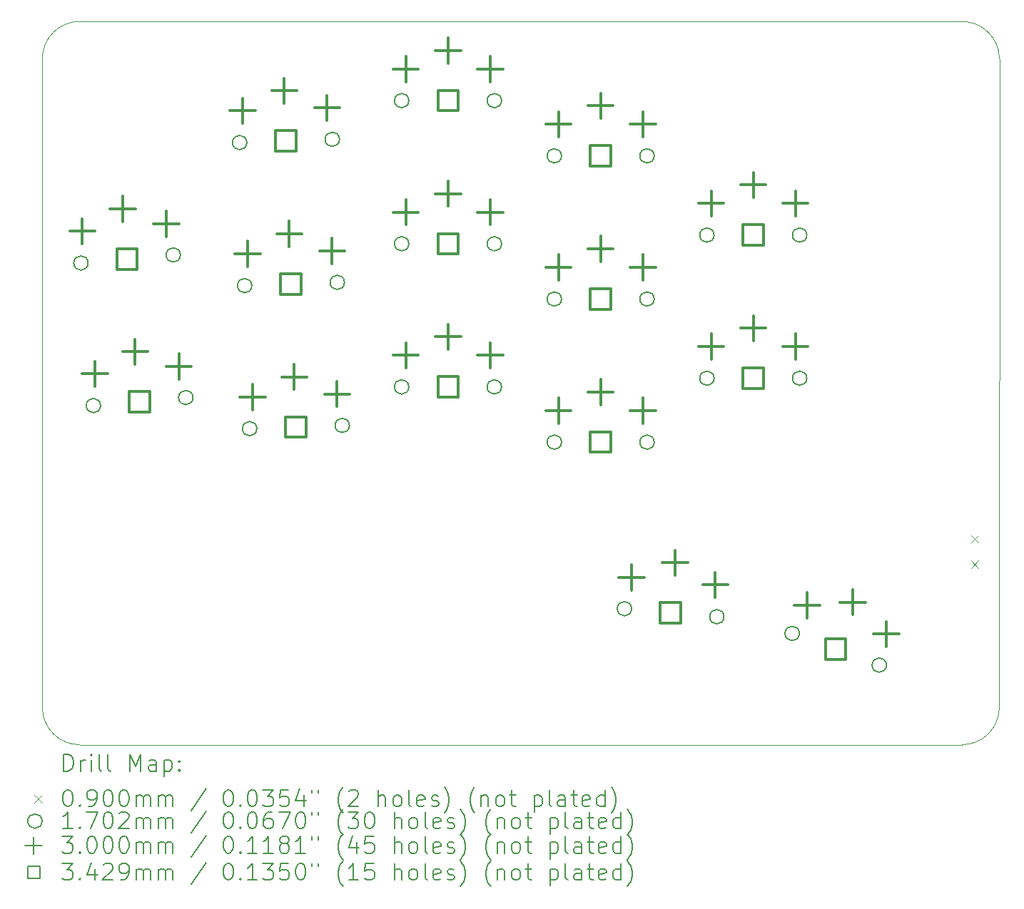
<source format=gbr>
%FSLAX45Y45*%
G04 Gerber Fmt 4.5, Leading zero omitted, Abs format (unit mm)*
G04 Created by KiCad (PCBNEW (6.0.4)) date 2022-06-21 01:29:24*
%MOMM*%
%LPD*%
G01*
G04 APERTURE LIST*
%TA.AperFunction,Profile*%
%ADD10C,0.050000*%
%TD*%
%ADD11C,0.200000*%
%ADD12C,0.090000*%
%ADD13C,0.170180*%
%ADD14C,0.300000*%
%ADD15C,0.342900*%
G04 APERTURE END LIST*
D10*
X16191709Y11820509D02*
G75*
G03*
X15747209Y12265009I-444499J1D01*
G01*
X4836209Y4119509D02*
G75*
G03*
X5280709Y3675009I444501J1D01*
G01*
X16191348Y4119674D02*
X16191709Y11820509D01*
X5280709Y3675009D02*
X15746848Y3675174D01*
X15747209Y12265009D02*
X5280345Y12265295D01*
X5280345Y12265295D02*
G75*
G03*
X4835845Y11820795I-1J-444499D01*
G01*
X15746848Y3675172D02*
G75*
G03*
X16191348Y4119674I2J444498D01*
G01*
X4835845Y11820795D02*
X4836209Y4119509D01*
D11*
D12*
X15855400Y6164000D02*
X15945400Y6074000D01*
X15945400Y6164000D02*
X15855400Y6074000D01*
X15855400Y5864000D02*
X15945400Y5774000D01*
X15945400Y5864000D02*
X15855400Y5774000D01*
D13*
X5379176Y9396400D02*
G75*
G03*
X5379176Y9396400I-85090J0D01*
G01*
X5527341Y7702869D02*
G75*
G03*
X5527341Y7702869I-85090J0D01*
G01*
X6474990Y9492271D02*
G75*
G03*
X6474990Y9492271I-85090J0D01*
G01*
X6623155Y7798740D02*
G75*
G03*
X6623155Y7798740I-85090J0D01*
G01*
X7262417Y10826650D02*
G75*
G03*
X7262417Y10826650I-85090J0D01*
G01*
X7321747Y9127686D02*
G75*
G03*
X7321747Y9127686I-85090J0D01*
G01*
X7381076Y7428721D02*
G75*
G03*
X7381076Y7428721I-85090J0D01*
G01*
X8361747Y10865039D02*
G75*
G03*
X8361747Y10865039I-85090J0D01*
G01*
X8421077Y9166075D02*
G75*
G03*
X8421077Y9166075I-85090J0D01*
G01*
X8480406Y7467111D02*
G75*
G03*
X8480406Y7467111I-85090J0D01*
G01*
X9184672Y9624699D02*
G75*
G03*
X9184672Y9624699I-85090J0D01*
G01*
X9184672Y7924699D02*
G75*
G03*
X9184672Y7924699I-85090J0D01*
G01*
X9184672Y11324699D02*
G75*
G03*
X9184672Y11324699I-85090J0D01*
G01*
X10284672Y9624699D02*
G75*
G03*
X10284672Y9624699I-85090J0D01*
G01*
X10284672Y7924699D02*
G75*
G03*
X10284672Y7924699I-85090J0D01*
G01*
X10284672Y11324699D02*
G75*
G03*
X10284672Y11324699I-85090J0D01*
G01*
X10996199Y10668602D02*
G75*
G03*
X10996199Y10668602I-85090J0D01*
G01*
X10996199Y8968602D02*
G75*
G03*
X10996199Y8968602I-85090J0D01*
G01*
X10996199Y7268602D02*
G75*
G03*
X10996199Y7268602I-85090J0D01*
G01*
X11828185Y5291094D02*
G75*
G03*
X11828185Y5291094I-85090J0D01*
G01*
X12096199Y10668602D02*
G75*
G03*
X12096199Y10668602I-85090J0D01*
G01*
X12096199Y8968602D02*
G75*
G03*
X12096199Y8968602I-85090J0D01*
G01*
X12096199Y7268602D02*
G75*
G03*
X12096199Y7268602I-85090J0D01*
G01*
X12806918Y9727885D02*
G75*
G03*
X12806918Y9727885I-85090J0D01*
G01*
X12806918Y8027885D02*
G75*
G03*
X12806918Y8027885I-85090J0D01*
G01*
X12923999Y5195223D02*
G75*
G03*
X12923999Y5195223I-85090J0D01*
G01*
X13818194Y4996984D02*
G75*
G03*
X13818194Y4996984I-85090J0D01*
G01*
X13906918Y9727885D02*
G75*
G03*
X13906918Y9727885I-85090J0D01*
G01*
X13906918Y8027885D02*
G75*
G03*
X13906918Y8027885I-85090J0D01*
G01*
X14851856Y4620762D02*
G75*
G03*
X14851856Y4620762I-85090J0D01*
G01*
D14*
X5311213Y9924331D02*
X5311213Y9624331D01*
X5161213Y9774331D02*
X5461213Y9774331D01*
X5459377Y8230799D02*
X5459377Y7930799D01*
X5309377Y8080799D02*
X5609377Y8080799D01*
X5790135Y10187071D02*
X5790135Y9887071D01*
X5640135Y10037071D02*
X5940135Y10037071D01*
X5938300Y8493540D02*
X5938300Y8193540D01*
X5788300Y8343540D02*
X6088300Y8343540D01*
X6307407Y10011486D02*
X6307407Y9711486D01*
X6157407Y9861486D02*
X6457407Y9861486D01*
X6455572Y8317955D02*
X6455572Y8017955D01*
X6305572Y8167955D02*
X6605572Y8167955D01*
X7214210Y11353166D02*
X7214210Y11053166D01*
X7064210Y11203166D02*
X7364210Y11203166D01*
X7273539Y9654202D02*
X7273539Y9354202D01*
X7123539Y9504202D02*
X7423539Y9504202D01*
X7332868Y7955238D02*
X7332868Y7655238D01*
X7182868Y7805238D02*
X7482868Y7805238D01*
X7706227Y11590482D02*
X7706227Y11290482D01*
X7556227Y11440482D02*
X7856227Y11440482D01*
X7765556Y9891518D02*
X7765556Y9591518D01*
X7615556Y9741518D02*
X7915556Y9741518D01*
X7824886Y8192553D02*
X7824886Y7892553D01*
X7674886Y8042553D02*
X7974886Y8042553D01*
X8213601Y11388066D02*
X8213601Y11088066D01*
X8063601Y11238066D02*
X8363601Y11238066D01*
X8272930Y9689102D02*
X8272930Y9389102D01*
X8122930Y9539102D02*
X8422930Y9539102D01*
X8332259Y7990137D02*
X8332259Y7690137D01*
X8182259Y7840137D02*
X8482259Y7840137D01*
X9149582Y10149699D02*
X9149582Y9849699D01*
X8999582Y9999699D02*
X9299582Y9999699D01*
X9149582Y8449699D02*
X9149582Y8149699D01*
X8999582Y8299699D02*
X9299582Y8299699D01*
X9149582Y11849699D02*
X9149582Y11549699D01*
X8999582Y11699699D02*
X9299582Y11699699D01*
X9649582Y10369699D02*
X9649582Y10069699D01*
X9499582Y10219699D02*
X9799582Y10219699D01*
X9649582Y8669699D02*
X9649582Y8369699D01*
X9499582Y8519699D02*
X9799582Y8519699D01*
X9649582Y12069699D02*
X9649582Y11769699D01*
X9499582Y11919699D02*
X9799582Y11919699D01*
X10149582Y10149699D02*
X10149582Y9849699D01*
X9999582Y9999699D02*
X10299582Y9999699D01*
X10149582Y8449699D02*
X10149582Y8149699D01*
X9999582Y8299699D02*
X10299582Y8299699D01*
X10149582Y11849699D02*
X10149582Y11549699D01*
X9999582Y11699699D02*
X10299582Y11699699D01*
X10961109Y11193602D02*
X10961109Y10893602D01*
X10811109Y11043602D02*
X11111109Y11043602D01*
X10961109Y9493602D02*
X10961109Y9193602D01*
X10811109Y9343602D02*
X11111109Y9343602D01*
X10961109Y7793602D02*
X10961109Y7493602D01*
X10811109Y7643602D02*
X11111109Y7643602D01*
X11461109Y11413602D02*
X11461109Y11113602D01*
X11311109Y11263602D02*
X11611109Y11263602D01*
X11461109Y9713602D02*
X11461109Y9413602D01*
X11311109Y9563602D02*
X11611109Y9563602D01*
X11461109Y8013602D02*
X11461109Y7713602D01*
X11311109Y7863602D02*
X11611109Y7863602D01*
X11825588Y5810309D02*
X11825588Y5510309D01*
X11675588Y5660309D02*
X11975588Y5660309D01*
X11961109Y11193602D02*
X11961109Y10893602D01*
X11811109Y11043602D02*
X12111109Y11043602D01*
X11961109Y9493602D02*
X11961109Y9193602D01*
X11811109Y9343602D02*
X12111109Y9343602D01*
X11961109Y7793602D02*
X11961109Y7493602D01*
X11811109Y7643602D02*
X12111109Y7643602D01*
X12342860Y5985894D02*
X12342860Y5685894D01*
X12192860Y5835894D02*
X12492860Y5835894D01*
X12771828Y10252885D02*
X12771828Y9952885D01*
X12621828Y10102885D02*
X12921828Y10102885D01*
X12771828Y8552885D02*
X12771828Y8252885D01*
X12621828Y8402885D02*
X12921828Y8402885D01*
X12821783Y5723153D02*
X12821783Y5423153D01*
X12671783Y5573153D02*
X12971783Y5573153D01*
X13271828Y10472885D02*
X13271828Y10172885D01*
X13121828Y10322885D02*
X13421828Y10322885D01*
X13271828Y8772885D02*
X13271828Y8472885D01*
X13121828Y8622885D02*
X13421828Y8622885D01*
X13771828Y10252885D02*
X13771828Y9952885D01*
X13621828Y10102885D02*
X13921828Y10102885D01*
X13771828Y8552885D02*
X13771828Y8252885D01*
X13621828Y8402885D02*
X13921828Y8402885D01*
X13908346Y5482268D02*
X13908346Y5182268D01*
X13758346Y5332268D02*
X14058346Y5332268D01*
X14453437Y5517990D02*
X14453437Y5217990D01*
X14303437Y5367990D02*
X14603437Y5367990D01*
X14848039Y5140248D02*
X14848039Y4840248D01*
X14698039Y4990248D02*
X14998039Y4990248D01*
D15*
X5963228Y9323101D02*
X5963228Y9565570D01*
X5720759Y9565570D01*
X5720759Y9323101D01*
X5963228Y9323101D01*
X6111392Y7629570D02*
X6111392Y7872039D01*
X5868923Y7872039D01*
X5868923Y7629570D01*
X6111392Y7629570D01*
X7848227Y10724610D02*
X7848227Y10967079D01*
X7605758Y10967079D01*
X7605758Y10724610D01*
X7848227Y10724610D01*
X7907556Y9025646D02*
X7907556Y9268115D01*
X7665087Y9268115D01*
X7665087Y9025646D01*
X7907556Y9025646D01*
X7966885Y7326681D02*
X7966885Y7569150D01*
X7724416Y7569150D01*
X7724416Y7326681D01*
X7966885Y7326681D01*
X9770816Y9503464D02*
X9770816Y9745934D01*
X9528347Y9745934D01*
X9528347Y9503464D01*
X9770816Y9503464D01*
X9770816Y7803464D02*
X9770816Y8045933D01*
X9528347Y8045933D01*
X9528347Y7803464D01*
X9770816Y7803464D01*
X9770816Y11203464D02*
X9770816Y11445933D01*
X9528347Y11445933D01*
X9528347Y11203464D01*
X9770816Y11203464D01*
X11582343Y10547367D02*
X11582343Y10789836D01*
X11339874Y10789836D01*
X11339874Y10547367D01*
X11582343Y10547367D01*
X11582343Y8847367D02*
X11582343Y9089836D01*
X11339874Y9089836D01*
X11339874Y8847367D01*
X11582343Y8847367D01*
X11582343Y7147367D02*
X11582343Y7389836D01*
X11339874Y7389836D01*
X11339874Y7147367D01*
X11582343Y7147367D01*
X12412237Y5121924D02*
X12412237Y5364393D01*
X12169767Y5364393D01*
X12169767Y5121924D01*
X12412237Y5121924D01*
X13393063Y9606651D02*
X13393063Y9849120D01*
X13150593Y9849120D01*
X13150593Y9606651D01*
X13393063Y9606651D01*
X13393063Y7906651D02*
X13393063Y8149120D01*
X13150593Y8149120D01*
X13150593Y7906651D01*
X13393063Y7906651D01*
X14371170Y4687639D02*
X14371170Y4930108D01*
X14128701Y4930108D01*
X14128701Y4687639D01*
X14371170Y4687639D01*
D11*
X5090964Y3362033D02*
X5090964Y3562033D01*
X5138583Y3562033D01*
X5167154Y3552509D01*
X5186202Y3533461D01*
X5195726Y3514414D01*
X5205250Y3476318D01*
X5205250Y3447747D01*
X5195726Y3409652D01*
X5186202Y3390604D01*
X5167154Y3371557D01*
X5138583Y3362033D01*
X5090964Y3362033D01*
X5290964Y3362033D02*
X5290964Y3495366D01*
X5290964Y3457271D02*
X5300488Y3476318D01*
X5310011Y3485842D01*
X5329059Y3495366D01*
X5348107Y3495366D01*
X5414773Y3362033D02*
X5414773Y3495366D01*
X5414773Y3562033D02*
X5405250Y3552509D01*
X5414773Y3542985D01*
X5424297Y3552509D01*
X5414773Y3562033D01*
X5414773Y3542985D01*
X5538583Y3362033D02*
X5519535Y3371557D01*
X5510011Y3390604D01*
X5510011Y3562033D01*
X5643345Y3362033D02*
X5624297Y3371557D01*
X5614773Y3390604D01*
X5614773Y3562033D01*
X5871916Y3362033D02*
X5871916Y3562033D01*
X5938583Y3419176D01*
X6005249Y3562033D01*
X6005249Y3362033D01*
X6186202Y3362033D02*
X6186202Y3466795D01*
X6176678Y3485842D01*
X6157630Y3495366D01*
X6119535Y3495366D01*
X6100488Y3485842D01*
X6186202Y3371557D02*
X6167154Y3362033D01*
X6119535Y3362033D01*
X6100488Y3371557D01*
X6090964Y3390604D01*
X6090964Y3409652D01*
X6100488Y3428699D01*
X6119535Y3438223D01*
X6167154Y3438223D01*
X6186202Y3447747D01*
X6281440Y3495366D02*
X6281440Y3295366D01*
X6281440Y3485842D02*
X6300488Y3495366D01*
X6338583Y3495366D01*
X6357630Y3485842D01*
X6367154Y3476318D01*
X6376678Y3457271D01*
X6376678Y3400128D01*
X6367154Y3381080D01*
X6357630Y3371557D01*
X6338583Y3362033D01*
X6300488Y3362033D01*
X6281440Y3371557D01*
X6462392Y3381080D02*
X6471916Y3371557D01*
X6462392Y3362033D01*
X6452869Y3371557D01*
X6462392Y3381080D01*
X6462392Y3362033D01*
X6462392Y3485842D02*
X6471916Y3476318D01*
X6462392Y3466795D01*
X6452869Y3476318D01*
X6462392Y3485842D01*
X6462392Y3466795D01*
D12*
X4743345Y3077509D02*
X4833345Y2987509D01*
X4833345Y3077509D02*
X4743345Y2987509D01*
D11*
X5129059Y3142033D02*
X5148107Y3142033D01*
X5167154Y3132509D01*
X5176678Y3122985D01*
X5186202Y3103937D01*
X5195726Y3065842D01*
X5195726Y3018223D01*
X5186202Y2980128D01*
X5176678Y2961080D01*
X5167154Y2951557D01*
X5148107Y2942033D01*
X5129059Y2942033D01*
X5110011Y2951557D01*
X5100488Y2961080D01*
X5090964Y2980128D01*
X5081440Y3018223D01*
X5081440Y3065842D01*
X5090964Y3103937D01*
X5100488Y3122985D01*
X5110011Y3132509D01*
X5129059Y3142033D01*
X5281440Y2961080D02*
X5290964Y2951557D01*
X5281440Y2942033D01*
X5271916Y2951557D01*
X5281440Y2961080D01*
X5281440Y2942033D01*
X5386202Y2942033D02*
X5424297Y2942033D01*
X5443345Y2951557D01*
X5452869Y2961080D01*
X5471916Y2989652D01*
X5481440Y3027747D01*
X5481440Y3103937D01*
X5471916Y3122985D01*
X5462392Y3132509D01*
X5443345Y3142033D01*
X5405250Y3142033D01*
X5386202Y3132509D01*
X5376678Y3122985D01*
X5367154Y3103937D01*
X5367154Y3056318D01*
X5376678Y3037271D01*
X5386202Y3027747D01*
X5405250Y3018223D01*
X5443345Y3018223D01*
X5462392Y3027747D01*
X5471916Y3037271D01*
X5481440Y3056318D01*
X5605249Y3142033D02*
X5624297Y3142033D01*
X5643345Y3132509D01*
X5652869Y3122985D01*
X5662392Y3103937D01*
X5671916Y3065842D01*
X5671916Y3018223D01*
X5662392Y2980128D01*
X5652869Y2961080D01*
X5643345Y2951557D01*
X5624297Y2942033D01*
X5605249Y2942033D01*
X5586202Y2951557D01*
X5576678Y2961080D01*
X5567154Y2980128D01*
X5557631Y3018223D01*
X5557631Y3065842D01*
X5567154Y3103937D01*
X5576678Y3122985D01*
X5586202Y3132509D01*
X5605249Y3142033D01*
X5795726Y3142033D02*
X5814773Y3142033D01*
X5833821Y3132509D01*
X5843345Y3122985D01*
X5852869Y3103937D01*
X5862392Y3065842D01*
X5862392Y3018223D01*
X5852869Y2980128D01*
X5843345Y2961080D01*
X5833821Y2951557D01*
X5814773Y2942033D01*
X5795726Y2942033D01*
X5776678Y2951557D01*
X5767154Y2961080D01*
X5757630Y2980128D01*
X5748107Y3018223D01*
X5748107Y3065842D01*
X5757630Y3103937D01*
X5767154Y3122985D01*
X5776678Y3132509D01*
X5795726Y3142033D01*
X5948107Y2942033D02*
X5948107Y3075366D01*
X5948107Y3056318D02*
X5957630Y3065842D01*
X5976678Y3075366D01*
X6005249Y3075366D01*
X6024297Y3065842D01*
X6033821Y3046795D01*
X6033821Y2942033D01*
X6033821Y3046795D02*
X6043345Y3065842D01*
X6062392Y3075366D01*
X6090964Y3075366D01*
X6110011Y3065842D01*
X6119535Y3046795D01*
X6119535Y2942033D01*
X6214773Y2942033D02*
X6214773Y3075366D01*
X6214773Y3056318D02*
X6224297Y3065842D01*
X6243345Y3075366D01*
X6271916Y3075366D01*
X6290964Y3065842D01*
X6300488Y3046795D01*
X6300488Y2942033D01*
X6300488Y3046795D02*
X6310011Y3065842D01*
X6329059Y3075366D01*
X6357630Y3075366D01*
X6376678Y3065842D01*
X6386202Y3046795D01*
X6386202Y2942033D01*
X6776678Y3151557D02*
X6605249Y2894414D01*
X7033821Y3142033D02*
X7052869Y3142033D01*
X7071916Y3132509D01*
X7081440Y3122985D01*
X7090964Y3103937D01*
X7100488Y3065842D01*
X7100488Y3018223D01*
X7090964Y2980128D01*
X7081440Y2961080D01*
X7071916Y2951557D01*
X7052869Y2942033D01*
X7033821Y2942033D01*
X7014773Y2951557D01*
X7005249Y2961080D01*
X6995726Y2980128D01*
X6986202Y3018223D01*
X6986202Y3065842D01*
X6995726Y3103937D01*
X7005249Y3122985D01*
X7014773Y3132509D01*
X7033821Y3142033D01*
X7186202Y2961080D02*
X7195726Y2951557D01*
X7186202Y2942033D01*
X7176678Y2951557D01*
X7186202Y2961080D01*
X7186202Y2942033D01*
X7319535Y3142033D02*
X7338583Y3142033D01*
X7357630Y3132509D01*
X7367154Y3122985D01*
X7376678Y3103937D01*
X7386202Y3065842D01*
X7386202Y3018223D01*
X7376678Y2980128D01*
X7367154Y2961080D01*
X7357630Y2951557D01*
X7338583Y2942033D01*
X7319535Y2942033D01*
X7300488Y2951557D01*
X7290964Y2961080D01*
X7281440Y2980128D01*
X7271916Y3018223D01*
X7271916Y3065842D01*
X7281440Y3103937D01*
X7290964Y3122985D01*
X7300488Y3132509D01*
X7319535Y3142033D01*
X7452869Y3142033D02*
X7576678Y3142033D01*
X7510011Y3065842D01*
X7538583Y3065842D01*
X7557630Y3056318D01*
X7567154Y3046795D01*
X7576678Y3027747D01*
X7576678Y2980128D01*
X7567154Y2961080D01*
X7557630Y2951557D01*
X7538583Y2942033D01*
X7481440Y2942033D01*
X7462392Y2951557D01*
X7452869Y2961080D01*
X7757630Y3142033D02*
X7662392Y3142033D01*
X7652869Y3046795D01*
X7662392Y3056318D01*
X7681440Y3065842D01*
X7729059Y3065842D01*
X7748107Y3056318D01*
X7757630Y3046795D01*
X7767154Y3027747D01*
X7767154Y2980128D01*
X7757630Y2961080D01*
X7748107Y2951557D01*
X7729059Y2942033D01*
X7681440Y2942033D01*
X7662392Y2951557D01*
X7652869Y2961080D01*
X7938583Y3075366D02*
X7938583Y2942033D01*
X7890964Y3151557D02*
X7843345Y3008699D01*
X7967154Y3008699D01*
X8033821Y3142033D02*
X8033821Y3103937D01*
X8110011Y3142033D02*
X8110011Y3103937D01*
X8405250Y2865842D02*
X8395726Y2875366D01*
X8376678Y2903937D01*
X8367154Y2922985D01*
X8357630Y2951557D01*
X8348107Y2999176D01*
X8348107Y3037271D01*
X8357630Y3084890D01*
X8367154Y3113461D01*
X8376678Y3132509D01*
X8395726Y3161080D01*
X8405250Y3170604D01*
X8471916Y3122985D02*
X8481440Y3132509D01*
X8500488Y3142033D01*
X8548107Y3142033D01*
X8567154Y3132509D01*
X8576678Y3122985D01*
X8586202Y3103937D01*
X8586202Y3084890D01*
X8576678Y3056318D01*
X8462392Y2942033D01*
X8586202Y2942033D01*
X8824297Y2942033D02*
X8824297Y3142033D01*
X8910011Y2942033D02*
X8910011Y3046795D01*
X8900488Y3065842D01*
X8881440Y3075366D01*
X8852869Y3075366D01*
X8833821Y3065842D01*
X8824297Y3056318D01*
X9033821Y2942033D02*
X9014773Y2951557D01*
X9005250Y2961080D01*
X8995726Y2980128D01*
X8995726Y3037271D01*
X9005250Y3056318D01*
X9014773Y3065842D01*
X9033821Y3075366D01*
X9062392Y3075366D01*
X9081440Y3065842D01*
X9090964Y3056318D01*
X9100488Y3037271D01*
X9100488Y2980128D01*
X9090964Y2961080D01*
X9081440Y2951557D01*
X9062392Y2942033D01*
X9033821Y2942033D01*
X9214773Y2942033D02*
X9195726Y2951557D01*
X9186202Y2970604D01*
X9186202Y3142033D01*
X9367154Y2951557D02*
X9348107Y2942033D01*
X9310011Y2942033D01*
X9290964Y2951557D01*
X9281440Y2970604D01*
X9281440Y3046795D01*
X9290964Y3065842D01*
X9310011Y3075366D01*
X9348107Y3075366D01*
X9367154Y3065842D01*
X9376678Y3046795D01*
X9376678Y3027747D01*
X9281440Y3008699D01*
X9452869Y2951557D02*
X9471916Y2942033D01*
X9510011Y2942033D01*
X9529059Y2951557D01*
X9538583Y2970604D01*
X9538583Y2980128D01*
X9529059Y2999176D01*
X9510011Y3008699D01*
X9481440Y3008699D01*
X9462392Y3018223D01*
X9452869Y3037271D01*
X9452869Y3046795D01*
X9462392Y3065842D01*
X9481440Y3075366D01*
X9510011Y3075366D01*
X9529059Y3065842D01*
X9605250Y2865842D02*
X9614773Y2875366D01*
X9633821Y2903937D01*
X9643345Y2922985D01*
X9652869Y2951557D01*
X9662392Y2999176D01*
X9662392Y3037271D01*
X9652869Y3084890D01*
X9643345Y3113461D01*
X9633821Y3132509D01*
X9614773Y3161080D01*
X9605250Y3170604D01*
X9967154Y2865842D02*
X9957631Y2875366D01*
X9938583Y2903937D01*
X9929059Y2922985D01*
X9919535Y2951557D01*
X9910011Y2999176D01*
X9910011Y3037271D01*
X9919535Y3084890D01*
X9929059Y3113461D01*
X9938583Y3132509D01*
X9957631Y3161080D01*
X9967154Y3170604D01*
X10043345Y3075366D02*
X10043345Y2942033D01*
X10043345Y3056318D02*
X10052869Y3065842D01*
X10071916Y3075366D01*
X10100488Y3075366D01*
X10119535Y3065842D01*
X10129059Y3046795D01*
X10129059Y2942033D01*
X10252869Y2942033D02*
X10233821Y2951557D01*
X10224297Y2961080D01*
X10214773Y2980128D01*
X10214773Y3037271D01*
X10224297Y3056318D01*
X10233821Y3065842D01*
X10252869Y3075366D01*
X10281440Y3075366D01*
X10300488Y3065842D01*
X10310011Y3056318D01*
X10319535Y3037271D01*
X10319535Y2980128D01*
X10310011Y2961080D01*
X10300488Y2951557D01*
X10281440Y2942033D01*
X10252869Y2942033D01*
X10376678Y3075366D02*
X10452869Y3075366D01*
X10405250Y3142033D02*
X10405250Y2970604D01*
X10414773Y2951557D01*
X10433821Y2942033D01*
X10452869Y2942033D01*
X10671916Y3075366D02*
X10671916Y2875366D01*
X10671916Y3065842D02*
X10690964Y3075366D01*
X10729059Y3075366D01*
X10748107Y3065842D01*
X10757631Y3056318D01*
X10767154Y3037271D01*
X10767154Y2980128D01*
X10757631Y2961080D01*
X10748107Y2951557D01*
X10729059Y2942033D01*
X10690964Y2942033D01*
X10671916Y2951557D01*
X10881440Y2942033D02*
X10862392Y2951557D01*
X10852869Y2970604D01*
X10852869Y3142033D01*
X11043345Y2942033D02*
X11043345Y3046795D01*
X11033821Y3065842D01*
X11014773Y3075366D01*
X10976678Y3075366D01*
X10957631Y3065842D01*
X11043345Y2951557D02*
X11024297Y2942033D01*
X10976678Y2942033D01*
X10957631Y2951557D01*
X10948107Y2970604D01*
X10948107Y2989652D01*
X10957631Y3008699D01*
X10976678Y3018223D01*
X11024297Y3018223D01*
X11043345Y3027747D01*
X11110011Y3075366D02*
X11186202Y3075366D01*
X11138583Y3142033D02*
X11138583Y2970604D01*
X11148107Y2951557D01*
X11167154Y2942033D01*
X11186202Y2942033D01*
X11329059Y2951557D02*
X11310011Y2942033D01*
X11271916Y2942033D01*
X11252869Y2951557D01*
X11243345Y2970604D01*
X11243345Y3046795D01*
X11252869Y3065842D01*
X11271916Y3075366D01*
X11310011Y3075366D01*
X11329059Y3065842D01*
X11338583Y3046795D01*
X11338583Y3027747D01*
X11243345Y3008699D01*
X11510011Y2942033D02*
X11510011Y3142033D01*
X11510011Y2951557D02*
X11490964Y2942033D01*
X11452869Y2942033D01*
X11433821Y2951557D01*
X11424297Y2961080D01*
X11414773Y2980128D01*
X11414773Y3037271D01*
X11424297Y3056318D01*
X11433821Y3065842D01*
X11452869Y3075366D01*
X11490964Y3075366D01*
X11510011Y3065842D01*
X11586202Y2865842D02*
X11595726Y2875366D01*
X11614773Y2903937D01*
X11624297Y2922985D01*
X11633821Y2951557D01*
X11643345Y2999176D01*
X11643345Y3037271D01*
X11633821Y3084890D01*
X11624297Y3113461D01*
X11614773Y3132509D01*
X11595726Y3161080D01*
X11586202Y3170604D01*
D13*
X4833345Y2768509D02*
G75*
G03*
X4833345Y2768509I-85090J0D01*
G01*
D11*
X5195726Y2678033D02*
X5081440Y2678033D01*
X5138583Y2678033D02*
X5138583Y2878033D01*
X5119535Y2849461D01*
X5100488Y2830414D01*
X5081440Y2820890D01*
X5281440Y2697080D02*
X5290964Y2687557D01*
X5281440Y2678033D01*
X5271916Y2687557D01*
X5281440Y2697080D01*
X5281440Y2678033D01*
X5357631Y2878033D02*
X5490964Y2878033D01*
X5405250Y2678033D01*
X5605249Y2878033D02*
X5624297Y2878033D01*
X5643345Y2868509D01*
X5652869Y2858985D01*
X5662392Y2839937D01*
X5671916Y2801842D01*
X5671916Y2754223D01*
X5662392Y2716128D01*
X5652869Y2697080D01*
X5643345Y2687557D01*
X5624297Y2678033D01*
X5605249Y2678033D01*
X5586202Y2687557D01*
X5576678Y2697080D01*
X5567154Y2716128D01*
X5557631Y2754223D01*
X5557631Y2801842D01*
X5567154Y2839937D01*
X5576678Y2858985D01*
X5586202Y2868509D01*
X5605249Y2878033D01*
X5748107Y2858985D02*
X5757630Y2868509D01*
X5776678Y2878033D01*
X5824297Y2878033D01*
X5843345Y2868509D01*
X5852869Y2858985D01*
X5862392Y2839937D01*
X5862392Y2820890D01*
X5852869Y2792319D01*
X5738583Y2678033D01*
X5862392Y2678033D01*
X5948107Y2678033D02*
X5948107Y2811366D01*
X5948107Y2792319D02*
X5957630Y2801842D01*
X5976678Y2811366D01*
X6005249Y2811366D01*
X6024297Y2801842D01*
X6033821Y2782795D01*
X6033821Y2678033D01*
X6033821Y2782795D02*
X6043345Y2801842D01*
X6062392Y2811366D01*
X6090964Y2811366D01*
X6110011Y2801842D01*
X6119535Y2782795D01*
X6119535Y2678033D01*
X6214773Y2678033D02*
X6214773Y2811366D01*
X6214773Y2792319D02*
X6224297Y2801842D01*
X6243345Y2811366D01*
X6271916Y2811366D01*
X6290964Y2801842D01*
X6300488Y2782795D01*
X6300488Y2678033D01*
X6300488Y2782795D02*
X6310011Y2801842D01*
X6329059Y2811366D01*
X6357630Y2811366D01*
X6376678Y2801842D01*
X6386202Y2782795D01*
X6386202Y2678033D01*
X6776678Y2887557D02*
X6605249Y2630414D01*
X7033821Y2878033D02*
X7052869Y2878033D01*
X7071916Y2868509D01*
X7081440Y2858985D01*
X7090964Y2839937D01*
X7100488Y2801842D01*
X7100488Y2754223D01*
X7090964Y2716128D01*
X7081440Y2697080D01*
X7071916Y2687557D01*
X7052869Y2678033D01*
X7033821Y2678033D01*
X7014773Y2687557D01*
X7005249Y2697080D01*
X6995726Y2716128D01*
X6986202Y2754223D01*
X6986202Y2801842D01*
X6995726Y2839937D01*
X7005249Y2858985D01*
X7014773Y2868509D01*
X7033821Y2878033D01*
X7186202Y2697080D02*
X7195726Y2687557D01*
X7186202Y2678033D01*
X7176678Y2687557D01*
X7186202Y2697080D01*
X7186202Y2678033D01*
X7319535Y2878033D02*
X7338583Y2878033D01*
X7357630Y2868509D01*
X7367154Y2858985D01*
X7376678Y2839937D01*
X7386202Y2801842D01*
X7386202Y2754223D01*
X7376678Y2716128D01*
X7367154Y2697080D01*
X7357630Y2687557D01*
X7338583Y2678033D01*
X7319535Y2678033D01*
X7300488Y2687557D01*
X7290964Y2697080D01*
X7281440Y2716128D01*
X7271916Y2754223D01*
X7271916Y2801842D01*
X7281440Y2839937D01*
X7290964Y2858985D01*
X7300488Y2868509D01*
X7319535Y2878033D01*
X7557630Y2878033D02*
X7519535Y2878033D01*
X7500488Y2868509D01*
X7490964Y2858985D01*
X7471916Y2830414D01*
X7462392Y2792319D01*
X7462392Y2716128D01*
X7471916Y2697080D01*
X7481440Y2687557D01*
X7500488Y2678033D01*
X7538583Y2678033D01*
X7557630Y2687557D01*
X7567154Y2697080D01*
X7576678Y2716128D01*
X7576678Y2763747D01*
X7567154Y2782795D01*
X7557630Y2792319D01*
X7538583Y2801842D01*
X7500488Y2801842D01*
X7481440Y2792319D01*
X7471916Y2782795D01*
X7462392Y2763747D01*
X7643345Y2878033D02*
X7776678Y2878033D01*
X7690964Y2678033D01*
X7890964Y2878033D02*
X7910011Y2878033D01*
X7929059Y2868509D01*
X7938583Y2858985D01*
X7948107Y2839937D01*
X7957630Y2801842D01*
X7957630Y2754223D01*
X7948107Y2716128D01*
X7938583Y2697080D01*
X7929059Y2687557D01*
X7910011Y2678033D01*
X7890964Y2678033D01*
X7871916Y2687557D01*
X7862392Y2697080D01*
X7852869Y2716128D01*
X7843345Y2754223D01*
X7843345Y2801842D01*
X7852869Y2839937D01*
X7862392Y2858985D01*
X7871916Y2868509D01*
X7890964Y2878033D01*
X8033821Y2878033D02*
X8033821Y2839937D01*
X8110011Y2878033D02*
X8110011Y2839937D01*
X8405250Y2601842D02*
X8395726Y2611366D01*
X8376678Y2639938D01*
X8367154Y2658985D01*
X8357630Y2687557D01*
X8348107Y2735176D01*
X8348107Y2773271D01*
X8357630Y2820890D01*
X8367154Y2849461D01*
X8376678Y2868509D01*
X8395726Y2897080D01*
X8405250Y2906604D01*
X8462392Y2878033D02*
X8586202Y2878033D01*
X8519535Y2801842D01*
X8548107Y2801842D01*
X8567154Y2792319D01*
X8576678Y2782795D01*
X8586202Y2763747D01*
X8586202Y2716128D01*
X8576678Y2697080D01*
X8567154Y2687557D01*
X8548107Y2678033D01*
X8490964Y2678033D01*
X8471916Y2687557D01*
X8462392Y2697080D01*
X8710011Y2878033D02*
X8729059Y2878033D01*
X8748107Y2868509D01*
X8757631Y2858985D01*
X8767154Y2839937D01*
X8776678Y2801842D01*
X8776678Y2754223D01*
X8767154Y2716128D01*
X8757631Y2697080D01*
X8748107Y2687557D01*
X8729059Y2678033D01*
X8710011Y2678033D01*
X8690964Y2687557D01*
X8681440Y2697080D01*
X8671916Y2716128D01*
X8662392Y2754223D01*
X8662392Y2801842D01*
X8671916Y2839937D01*
X8681440Y2858985D01*
X8690964Y2868509D01*
X8710011Y2878033D01*
X9014773Y2678033D02*
X9014773Y2878033D01*
X9100488Y2678033D02*
X9100488Y2782795D01*
X9090964Y2801842D01*
X9071916Y2811366D01*
X9043345Y2811366D01*
X9024297Y2801842D01*
X9014773Y2792319D01*
X9224297Y2678033D02*
X9205250Y2687557D01*
X9195726Y2697080D01*
X9186202Y2716128D01*
X9186202Y2773271D01*
X9195726Y2792319D01*
X9205250Y2801842D01*
X9224297Y2811366D01*
X9252869Y2811366D01*
X9271916Y2801842D01*
X9281440Y2792319D01*
X9290964Y2773271D01*
X9290964Y2716128D01*
X9281440Y2697080D01*
X9271916Y2687557D01*
X9252869Y2678033D01*
X9224297Y2678033D01*
X9405250Y2678033D02*
X9386202Y2687557D01*
X9376678Y2706604D01*
X9376678Y2878033D01*
X9557631Y2687557D02*
X9538583Y2678033D01*
X9500488Y2678033D01*
X9481440Y2687557D01*
X9471916Y2706604D01*
X9471916Y2782795D01*
X9481440Y2801842D01*
X9500488Y2811366D01*
X9538583Y2811366D01*
X9557631Y2801842D01*
X9567154Y2782795D01*
X9567154Y2763747D01*
X9471916Y2744699D01*
X9643345Y2687557D02*
X9662392Y2678033D01*
X9700488Y2678033D01*
X9719535Y2687557D01*
X9729059Y2706604D01*
X9729059Y2716128D01*
X9719535Y2735176D01*
X9700488Y2744699D01*
X9671916Y2744699D01*
X9652869Y2754223D01*
X9643345Y2773271D01*
X9643345Y2782795D01*
X9652869Y2801842D01*
X9671916Y2811366D01*
X9700488Y2811366D01*
X9719535Y2801842D01*
X9795726Y2601842D02*
X9805250Y2611366D01*
X9824297Y2639938D01*
X9833821Y2658985D01*
X9843345Y2687557D01*
X9852869Y2735176D01*
X9852869Y2773271D01*
X9843345Y2820890D01*
X9833821Y2849461D01*
X9824297Y2868509D01*
X9805250Y2897080D01*
X9795726Y2906604D01*
X10157631Y2601842D02*
X10148107Y2611366D01*
X10129059Y2639938D01*
X10119535Y2658985D01*
X10110011Y2687557D01*
X10100488Y2735176D01*
X10100488Y2773271D01*
X10110011Y2820890D01*
X10119535Y2849461D01*
X10129059Y2868509D01*
X10148107Y2897080D01*
X10157631Y2906604D01*
X10233821Y2811366D02*
X10233821Y2678033D01*
X10233821Y2792319D02*
X10243345Y2801842D01*
X10262392Y2811366D01*
X10290964Y2811366D01*
X10310011Y2801842D01*
X10319535Y2782795D01*
X10319535Y2678033D01*
X10443345Y2678033D02*
X10424297Y2687557D01*
X10414773Y2697080D01*
X10405250Y2716128D01*
X10405250Y2773271D01*
X10414773Y2792319D01*
X10424297Y2801842D01*
X10443345Y2811366D01*
X10471916Y2811366D01*
X10490964Y2801842D01*
X10500488Y2792319D01*
X10510011Y2773271D01*
X10510011Y2716128D01*
X10500488Y2697080D01*
X10490964Y2687557D01*
X10471916Y2678033D01*
X10443345Y2678033D01*
X10567154Y2811366D02*
X10643345Y2811366D01*
X10595726Y2878033D02*
X10595726Y2706604D01*
X10605250Y2687557D01*
X10624297Y2678033D01*
X10643345Y2678033D01*
X10862392Y2811366D02*
X10862392Y2611366D01*
X10862392Y2801842D02*
X10881440Y2811366D01*
X10919535Y2811366D01*
X10938583Y2801842D01*
X10948107Y2792319D01*
X10957631Y2773271D01*
X10957631Y2716128D01*
X10948107Y2697080D01*
X10938583Y2687557D01*
X10919535Y2678033D01*
X10881440Y2678033D01*
X10862392Y2687557D01*
X11071916Y2678033D02*
X11052869Y2687557D01*
X11043345Y2706604D01*
X11043345Y2878033D01*
X11233821Y2678033D02*
X11233821Y2782795D01*
X11224297Y2801842D01*
X11205249Y2811366D01*
X11167154Y2811366D01*
X11148107Y2801842D01*
X11233821Y2687557D02*
X11214773Y2678033D01*
X11167154Y2678033D01*
X11148107Y2687557D01*
X11138583Y2706604D01*
X11138583Y2725652D01*
X11148107Y2744699D01*
X11167154Y2754223D01*
X11214773Y2754223D01*
X11233821Y2763747D01*
X11300488Y2811366D02*
X11376678Y2811366D01*
X11329059Y2878033D02*
X11329059Y2706604D01*
X11338583Y2687557D01*
X11357630Y2678033D01*
X11376678Y2678033D01*
X11519535Y2687557D02*
X11500488Y2678033D01*
X11462392Y2678033D01*
X11443345Y2687557D01*
X11433821Y2706604D01*
X11433821Y2782795D01*
X11443345Y2801842D01*
X11462392Y2811366D01*
X11500488Y2811366D01*
X11519535Y2801842D01*
X11529059Y2782795D01*
X11529059Y2763747D01*
X11433821Y2744699D01*
X11700488Y2678033D02*
X11700488Y2878033D01*
X11700488Y2687557D02*
X11681440Y2678033D01*
X11643345Y2678033D01*
X11624297Y2687557D01*
X11614773Y2697080D01*
X11605249Y2716128D01*
X11605249Y2773271D01*
X11614773Y2792319D01*
X11624297Y2801842D01*
X11643345Y2811366D01*
X11681440Y2811366D01*
X11700488Y2801842D01*
X11776678Y2601842D02*
X11786202Y2611366D01*
X11805249Y2639938D01*
X11814773Y2658985D01*
X11824297Y2687557D01*
X11833821Y2735176D01*
X11833821Y2773271D01*
X11824297Y2820890D01*
X11814773Y2849461D01*
X11805249Y2868509D01*
X11786202Y2897080D01*
X11776678Y2906604D01*
X4733345Y2578329D02*
X4733345Y2378329D01*
X4633345Y2478329D02*
X4833345Y2478329D01*
X5071916Y2587853D02*
X5195726Y2587853D01*
X5129059Y2511662D01*
X5157631Y2511662D01*
X5176678Y2502139D01*
X5186202Y2492615D01*
X5195726Y2473567D01*
X5195726Y2425948D01*
X5186202Y2406900D01*
X5176678Y2397377D01*
X5157631Y2387853D01*
X5100488Y2387853D01*
X5081440Y2397377D01*
X5071916Y2406900D01*
X5281440Y2406900D02*
X5290964Y2397377D01*
X5281440Y2387853D01*
X5271916Y2397377D01*
X5281440Y2406900D01*
X5281440Y2387853D01*
X5414773Y2587853D02*
X5433821Y2587853D01*
X5452869Y2578329D01*
X5462392Y2568805D01*
X5471916Y2549758D01*
X5481440Y2511662D01*
X5481440Y2464043D01*
X5471916Y2425948D01*
X5462392Y2406900D01*
X5452869Y2397377D01*
X5433821Y2387853D01*
X5414773Y2387853D01*
X5395726Y2397377D01*
X5386202Y2406900D01*
X5376678Y2425948D01*
X5367154Y2464043D01*
X5367154Y2511662D01*
X5376678Y2549758D01*
X5386202Y2568805D01*
X5395726Y2578329D01*
X5414773Y2587853D01*
X5605249Y2587853D02*
X5624297Y2587853D01*
X5643345Y2578329D01*
X5652869Y2568805D01*
X5662392Y2549758D01*
X5671916Y2511662D01*
X5671916Y2464043D01*
X5662392Y2425948D01*
X5652869Y2406900D01*
X5643345Y2397377D01*
X5624297Y2387853D01*
X5605249Y2387853D01*
X5586202Y2397377D01*
X5576678Y2406900D01*
X5567154Y2425948D01*
X5557631Y2464043D01*
X5557631Y2511662D01*
X5567154Y2549758D01*
X5576678Y2568805D01*
X5586202Y2578329D01*
X5605249Y2587853D01*
X5795726Y2587853D02*
X5814773Y2587853D01*
X5833821Y2578329D01*
X5843345Y2568805D01*
X5852869Y2549758D01*
X5862392Y2511662D01*
X5862392Y2464043D01*
X5852869Y2425948D01*
X5843345Y2406900D01*
X5833821Y2397377D01*
X5814773Y2387853D01*
X5795726Y2387853D01*
X5776678Y2397377D01*
X5767154Y2406900D01*
X5757630Y2425948D01*
X5748107Y2464043D01*
X5748107Y2511662D01*
X5757630Y2549758D01*
X5767154Y2568805D01*
X5776678Y2578329D01*
X5795726Y2587853D01*
X5948107Y2387853D02*
X5948107Y2521186D01*
X5948107Y2502139D02*
X5957630Y2511662D01*
X5976678Y2521186D01*
X6005249Y2521186D01*
X6024297Y2511662D01*
X6033821Y2492615D01*
X6033821Y2387853D01*
X6033821Y2492615D02*
X6043345Y2511662D01*
X6062392Y2521186D01*
X6090964Y2521186D01*
X6110011Y2511662D01*
X6119535Y2492615D01*
X6119535Y2387853D01*
X6214773Y2387853D02*
X6214773Y2521186D01*
X6214773Y2502139D02*
X6224297Y2511662D01*
X6243345Y2521186D01*
X6271916Y2521186D01*
X6290964Y2511662D01*
X6300488Y2492615D01*
X6300488Y2387853D01*
X6300488Y2492615D02*
X6310011Y2511662D01*
X6329059Y2521186D01*
X6357630Y2521186D01*
X6376678Y2511662D01*
X6386202Y2492615D01*
X6386202Y2387853D01*
X6776678Y2597377D02*
X6605249Y2340234D01*
X7033821Y2587853D02*
X7052869Y2587853D01*
X7071916Y2578329D01*
X7081440Y2568805D01*
X7090964Y2549758D01*
X7100488Y2511662D01*
X7100488Y2464043D01*
X7090964Y2425948D01*
X7081440Y2406900D01*
X7071916Y2397377D01*
X7052869Y2387853D01*
X7033821Y2387853D01*
X7014773Y2397377D01*
X7005249Y2406900D01*
X6995726Y2425948D01*
X6986202Y2464043D01*
X6986202Y2511662D01*
X6995726Y2549758D01*
X7005249Y2568805D01*
X7014773Y2578329D01*
X7033821Y2587853D01*
X7186202Y2406900D02*
X7195726Y2397377D01*
X7186202Y2387853D01*
X7176678Y2397377D01*
X7186202Y2406900D01*
X7186202Y2387853D01*
X7386202Y2387853D02*
X7271916Y2387853D01*
X7329059Y2387853D02*
X7329059Y2587853D01*
X7310011Y2559281D01*
X7290964Y2540234D01*
X7271916Y2530710D01*
X7576678Y2387853D02*
X7462392Y2387853D01*
X7519535Y2387853D02*
X7519535Y2587853D01*
X7500488Y2559281D01*
X7481440Y2540234D01*
X7462392Y2530710D01*
X7690964Y2502139D02*
X7671916Y2511662D01*
X7662392Y2521186D01*
X7652869Y2540234D01*
X7652869Y2549758D01*
X7662392Y2568805D01*
X7671916Y2578329D01*
X7690964Y2587853D01*
X7729059Y2587853D01*
X7748107Y2578329D01*
X7757630Y2568805D01*
X7767154Y2549758D01*
X7767154Y2540234D01*
X7757630Y2521186D01*
X7748107Y2511662D01*
X7729059Y2502139D01*
X7690964Y2502139D01*
X7671916Y2492615D01*
X7662392Y2483091D01*
X7652869Y2464043D01*
X7652869Y2425948D01*
X7662392Y2406900D01*
X7671916Y2397377D01*
X7690964Y2387853D01*
X7729059Y2387853D01*
X7748107Y2397377D01*
X7757630Y2406900D01*
X7767154Y2425948D01*
X7767154Y2464043D01*
X7757630Y2483091D01*
X7748107Y2492615D01*
X7729059Y2502139D01*
X7957630Y2387853D02*
X7843345Y2387853D01*
X7900488Y2387853D02*
X7900488Y2587853D01*
X7881440Y2559281D01*
X7862392Y2540234D01*
X7843345Y2530710D01*
X8033821Y2587853D02*
X8033821Y2549758D01*
X8110011Y2587853D02*
X8110011Y2549758D01*
X8405250Y2311662D02*
X8395726Y2321186D01*
X8376678Y2349758D01*
X8367154Y2368805D01*
X8357630Y2397377D01*
X8348107Y2444996D01*
X8348107Y2483091D01*
X8357630Y2530710D01*
X8367154Y2559281D01*
X8376678Y2578329D01*
X8395726Y2606900D01*
X8405250Y2616424D01*
X8567154Y2521186D02*
X8567154Y2387853D01*
X8519535Y2597377D02*
X8471916Y2454519D01*
X8595726Y2454519D01*
X8767154Y2587853D02*
X8671916Y2587853D01*
X8662392Y2492615D01*
X8671916Y2502139D01*
X8690964Y2511662D01*
X8738583Y2511662D01*
X8757631Y2502139D01*
X8767154Y2492615D01*
X8776678Y2473567D01*
X8776678Y2425948D01*
X8767154Y2406900D01*
X8757631Y2397377D01*
X8738583Y2387853D01*
X8690964Y2387853D01*
X8671916Y2397377D01*
X8662392Y2406900D01*
X9014773Y2387853D02*
X9014773Y2587853D01*
X9100488Y2387853D02*
X9100488Y2492615D01*
X9090964Y2511662D01*
X9071916Y2521186D01*
X9043345Y2521186D01*
X9024297Y2511662D01*
X9014773Y2502139D01*
X9224297Y2387853D02*
X9205250Y2397377D01*
X9195726Y2406900D01*
X9186202Y2425948D01*
X9186202Y2483091D01*
X9195726Y2502139D01*
X9205250Y2511662D01*
X9224297Y2521186D01*
X9252869Y2521186D01*
X9271916Y2511662D01*
X9281440Y2502139D01*
X9290964Y2483091D01*
X9290964Y2425948D01*
X9281440Y2406900D01*
X9271916Y2397377D01*
X9252869Y2387853D01*
X9224297Y2387853D01*
X9405250Y2387853D02*
X9386202Y2397377D01*
X9376678Y2416424D01*
X9376678Y2587853D01*
X9557631Y2397377D02*
X9538583Y2387853D01*
X9500488Y2387853D01*
X9481440Y2397377D01*
X9471916Y2416424D01*
X9471916Y2492615D01*
X9481440Y2511662D01*
X9500488Y2521186D01*
X9538583Y2521186D01*
X9557631Y2511662D01*
X9567154Y2492615D01*
X9567154Y2473567D01*
X9471916Y2454519D01*
X9643345Y2397377D02*
X9662392Y2387853D01*
X9700488Y2387853D01*
X9719535Y2397377D01*
X9729059Y2416424D01*
X9729059Y2425948D01*
X9719535Y2444996D01*
X9700488Y2454519D01*
X9671916Y2454519D01*
X9652869Y2464043D01*
X9643345Y2483091D01*
X9643345Y2492615D01*
X9652869Y2511662D01*
X9671916Y2521186D01*
X9700488Y2521186D01*
X9719535Y2511662D01*
X9795726Y2311662D02*
X9805250Y2321186D01*
X9824297Y2349758D01*
X9833821Y2368805D01*
X9843345Y2397377D01*
X9852869Y2444996D01*
X9852869Y2483091D01*
X9843345Y2530710D01*
X9833821Y2559281D01*
X9824297Y2578329D01*
X9805250Y2606900D01*
X9795726Y2616424D01*
X10157631Y2311662D02*
X10148107Y2321186D01*
X10129059Y2349758D01*
X10119535Y2368805D01*
X10110011Y2397377D01*
X10100488Y2444996D01*
X10100488Y2483091D01*
X10110011Y2530710D01*
X10119535Y2559281D01*
X10129059Y2578329D01*
X10148107Y2606900D01*
X10157631Y2616424D01*
X10233821Y2521186D02*
X10233821Y2387853D01*
X10233821Y2502139D02*
X10243345Y2511662D01*
X10262392Y2521186D01*
X10290964Y2521186D01*
X10310011Y2511662D01*
X10319535Y2492615D01*
X10319535Y2387853D01*
X10443345Y2387853D02*
X10424297Y2397377D01*
X10414773Y2406900D01*
X10405250Y2425948D01*
X10405250Y2483091D01*
X10414773Y2502139D01*
X10424297Y2511662D01*
X10443345Y2521186D01*
X10471916Y2521186D01*
X10490964Y2511662D01*
X10500488Y2502139D01*
X10510011Y2483091D01*
X10510011Y2425948D01*
X10500488Y2406900D01*
X10490964Y2397377D01*
X10471916Y2387853D01*
X10443345Y2387853D01*
X10567154Y2521186D02*
X10643345Y2521186D01*
X10595726Y2587853D02*
X10595726Y2416424D01*
X10605250Y2397377D01*
X10624297Y2387853D01*
X10643345Y2387853D01*
X10862392Y2521186D02*
X10862392Y2321186D01*
X10862392Y2511662D02*
X10881440Y2521186D01*
X10919535Y2521186D01*
X10938583Y2511662D01*
X10948107Y2502139D01*
X10957631Y2483091D01*
X10957631Y2425948D01*
X10948107Y2406900D01*
X10938583Y2397377D01*
X10919535Y2387853D01*
X10881440Y2387853D01*
X10862392Y2397377D01*
X11071916Y2387853D02*
X11052869Y2397377D01*
X11043345Y2416424D01*
X11043345Y2587853D01*
X11233821Y2387853D02*
X11233821Y2492615D01*
X11224297Y2511662D01*
X11205249Y2521186D01*
X11167154Y2521186D01*
X11148107Y2511662D01*
X11233821Y2397377D02*
X11214773Y2387853D01*
X11167154Y2387853D01*
X11148107Y2397377D01*
X11138583Y2416424D01*
X11138583Y2435472D01*
X11148107Y2454519D01*
X11167154Y2464043D01*
X11214773Y2464043D01*
X11233821Y2473567D01*
X11300488Y2521186D02*
X11376678Y2521186D01*
X11329059Y2587853D02*
X11329059Y2416424D01*
X11338583Y2397377D01*
X11357630Y2387853D01*
X11376678Y2387853D01*
X11519535Y2397377D02*
X11500488Y2387853D01*
X11462392Y2387853D01*
X11443345Y2397377D01*
X11433821Y2416424D01*
X11433821Y2492615D01*
X11443345Y2511662D01*
X11462392Y2521186D01*
X11500488Y2521186D01*
X11519535Y2511662D01*
X11529059Y2492615D01*
X11529059Y2473567D01*
X11433821Y2454519D01*
X11700488Y2387853D02*
X11700488Y2587853D01*
X11700488Y2397377D02*
X11681440Y2387853D01*
X11643345Y2387853D01*
X11624297Y2397377D01*
X11614773Y2406900D01*
X11605249Y2425948D01*
X11605249Y2483091D01*
X11614773Y2502139D01*
X11624297Y2511662D01*
X11643345Y2521186D01*
X11681440Y2521186D01*
X11700488Y2511662D01*
X11776678Y2311662D02*
X11786202Y2321186D01*
X11805249Y2349758D01*
X11814773Y2368805D01*
X11824297Y2397377D01*
X11833821Y2444996D01*
X11833821Y2483091D01*
X11824297Y2530710D01*
X11814773Y2559281D01*
X11805249Y2578329D01*
X11786202Y2606900D01*
X11776678Y2616424D01*
X4804056Y2087618D02*
X4804056Y2229040D01*
X4662633Y2229040D01*
X4662633Y2087618D01*
X4804056Y2087618D01*
X5071916Y2267853D02*
X5195726Y2267853D01*
X5129059Y2191662D01*
X5157631Y2191662D01*
X5176678Y2182139D01*
X5186202Y2172615D01*
X5195726Y2153567D01*
X5195726Y2105948D01*
X5186202Y2086900D01*
X5176678Y2077377D01*
X5157631Y2067853D01*
X5100488Y2067853D01*
X5081440Y2077377D01*
X5071916Y2086900D01*
X5281440Y2086900D02*
X5290964Y2077377D01*
X5281440Y2067853D01*
X5271916Y2077377D01*
X5281440Y2086900D01*
X5281440Y2067853D01*
X5462392Y2201186D02*
X5462392Y2067853D01*
X5414773Y2277377D02*
X5367154Y2134519D01*
X5490964Y2134519D01*
X5557631Y2248805D02*
X5567154Y2258329D01*
X5586202Y2267853D01*
X5633821Y2267853D01*
X5652869Y2258329D01*
X5662392Y2248805D01*
X5671916Y2229758D01*
X5671916Y2210710D01*
X5662392Y2182139D01*
X5548107Y2067853D01*
X5671916Y2067853D01*
X5767154Y2067853D02*
X5805249Y2067853D01*
X5824297Y2077377D01*
X5833821Y2086900D01*
X5852869Y2115472D01*
X5862392Y2153567D01*
X5862392Y2229758D01*
X5852869Y2248805D01*
X5843345Y2258329D01*
X5824297Y2267853D01*
X5786202Y2267853D01*
X5767154Y2258329D01*
X5757630Y2248805D01*
X5748107Y2229758D01*
X5748107Y2182139D01*
X5757630Y2163091D01*
X5767154Y2153567D01*
X5786202Y2144043D01*
X5824297Y2144043D01*
X5843345Y2153567D01*
X5852869Y2163091D01*
X5862392Y2182139D01*
X5948107Y2067853D02*
X5948107Y2201186D01*
X5948107Y2182139D02*
X5957630Y2191662D01*
X5976678Y2201186D01*
X6005249Y2201186D01*
X6024297Y2191662D01*
X6033821Y2172615D01*
X6033821Y2067853D01*
X6033821Y2172615D02*
X6043345Y2191662D01*
X6062392Y2201186D01*
X6090964Y2201186D01*
X6110011Y2191662D01*
X6119535Y2172615D01*
X6119535Y2067853D01*
X6214773Y2067853D02*
X6214773Y2201186D01*
X6214773Y2182139D02*
X6224297Y2191662D01*
X6243345Y2201186D01*
X6271916Y2201186D01*
X6290964Y2191662D01*
X6300488Y2172615D01*
X6300488Y2067853D01*
X6300488Y2172615D02*
X6310011Y2191662D01*
X6329059Y2201186D01*
X6357630Y2201186D01*
X6376678Y2191662D01*
X6386202Y2172615D01*
X6386202Y2067853D01*
X6776678Y2277377D02*
X6605249Y2020234D01*
X7033821Y2267853D02*
X7052869Y2267853D01*
X7071916Y2258329D01*
X7081440Y2248805D01*
X7090964Y2229758D01*
X7100488Y2191662D01*
X7100488Y2144043D01*
X7090964Y2105948D01*
X7081440Y2086900D01*
X7071916Y2077377D01*
X7052869Y2067853D01*
X7033821Y2067853D01*
X7014773Y2077377D01*
X7005249Y2086900D01*
X6995726Y2105948D01*
X6986202Y2144043D01*
X6986202Y2191662D01*
X6995726Y2229758D01*
X7005249Y2248805D01*
X7014773Y2258329D01*
X7033821Y2267853D01*
X7186202Y2086900D02*
X7195726Y2077377D01*
X7186202Y2067853D01*
X7176678Y2077377D01*
X7186202Y2086900D01*
X7186202Y2067853D01*
X7386202Y2067853D02*
X7271916Y2067853D01*
X7329059Y2067853D02*
X7329059Y2267853D01*
X7310011Y2239281D01*
X7290964Y2220234D01*
X7271916Y2210710D01*
X7452869Y2267853D02*
X7576678Y2267853D01*
X7510011Y2191662D01*
X7538583Y2191662D01*
X7557630Y2182139D01*
X7567154Y2172615D01*
X7576678Y2153567D01*
X7576678Y2105948D01*
X7567154Y2086900D01*
X7557630Y2077377D01*
X7538583Y2067853D01*
X7481440Y2067853D01*
X7462392Y2077377D01*
X7452869Y2086900D01*
X7757630Y2267853D02*
X7662392Y2267853D01*
X7652869Y2172615D01*
X7662392Y2182139D01*
X7681440Y2191662D01*
X7729059Y2191662D01*
X7748107Y2182139D01*
X7757630Y2172615D01*
X7767154Y2153567D01*
X7767154Y2105948D01*
X7757630Y2086900D01*
X7748107Y2077377D01*
X7729059Y2067853D01*
X7681440Y2067853D01*
X7662392Y2077377D01*
X7652869Y2086900D01*
X7890964Y2267853D02*
X7910011Y2267853D01*
X7929059Y2258329D01*
X7938583Y2248805D01*
X7948107Y2229758D01*
X7957630Y2191662D01*
X7957630Y2144043D01*
X7948107Y2105948D01*
X7938583Y2086900D01*
X7929059Y2077377D01*
X7910011Y2067853D01*
X7890964Y2067853D01*
X7871916Y2077377D01*
X7862392Y2086900D01*
X7852869Y2105948D01*
X7843345Y2144043D01*
X7843345Y2191662D01*
X7852869Y2229758D01*
X7862392Y2248805D01*
X7871916Y2258329D01*
X7890964Y2267853D01*
X8033821Y2267853D02*
X8033821Y2229758D01*
X8110011Y2267853D02*
X8110011Y2229758D01*
X8405250Y1991662D02*
X8395726Y2001186D01*
X8376678Y2029757D01*
X8367154Y2048805D01*
X8357630Y2077377D01*
X8348107Y2124996D01*
X8348107Y2163091D01*
X8357630Y2210710D01*
X8367154Y2239281D01*
X8376678Y2258329D01*
X8395726Y2286900D01*
X8405250Y2296424D01*
X8586202Y2067853D02*
X8471916Y2067853D01*
X8529059Y2067853D02*
X8529059Y2267853D01*
X8510011Y2239281D01*
X8490964Y2220234D01*
X8471916Y2210710D01*
X8767154Y2267853D02*
X8671916Y2267853D01*
X8662392Y2172615D01*
X8671916Y2182139D01*
X8690964Y2191662D01*
X8738583Y2191662D01*
X8757631Y2182139D01*
X8767154Y2172615D01*
X8776678Y2153567D01*
X8776678Y2105948D01*
X8767154Y2086900D01*
X8757631Y2077377D01*
X8738583Y2067853D01*
X8690964Y2067853D01*
X8671916Y2077377D01*
X8662392Y2086900D01*
X9014773Y2067853D02*
X9014773Y2267853D01*
X9100488Y2067853D02*
X9100488Y2172615D01*
X9090964Y2191662D01*
X9071916Y2201186D01*
X9043345Y2201186D01*
X9024297Y2191662D01*
X9014773Y2182139D01*
X9224297Y2067853D02*
X9205250Y2077377D01*
X9195726Y2086900D01*
X9186202Y2105948D01*
X9186202Y2163091D01*
X9195726Y2182139D01*
X9205250Y2191662D01*
X9224297Y2201186D01*
X9252869Y2201186D01*
X9271916Y2191662D01*
X9281440Y2182139D01*
X9290964Y2163091D01*
X9290964Y2105948D01*
X9281440Y2086900D01*
X9271916Y2077377D01*
X9252869Y2067853D01*
X9224297Y2067853D01*
X9405250Y2067853D02*
X9386202Y2077377D01*
X9376678Y2096424D01*
X9376678Y2267853D01*
X9557631Y2077377D02*
X9538583Y2067853D01*
X9500488Y2067853D01*
X9481440Y2077377D01*
X9471916Y2096424D01*
X9471916Y2172615D01*
X9481440Y2191662D01*
X9500488Y2201186D01*
X9538583Y2201186D01*
X9557631Y2191662D01*
X9567154Y2172615D01*
X9567154Y2153567D01*
X9471916Y2134519D01*
X9643345Y2077377D02*
X9662392Y2067853D01*
X9700488Y2067853D01*
X9719535Y2077377D01*
X9729059Y2096424D01*
X9729059Y2105948D01*
X9719535Y2124996D01*
X9700488Y2134519D01*
X9671916Y2134519D01*
X9652869Y2144043D01*
X9643345Y2163091D01*
X9643345Y2172615D01*
X9652869Y2191662D01*
X9671916Y2201186D01*
X9700488Y2201186D01*
X9719535Y2191662D01*
X9795726Y1991662D02*
X9805250Y2001186D01*
X9824297Y2029757D01*
X9833821Y2048805D01*
X9843345Y2077377D01*
X9852869Y2124996D01*
X9852869Y2163091D01*
X9843345Y2210710D01*
X9833821Y2239281D01*
X9824297Y2258329D01*
X9805250Y2286900D01*
X9795726Y2296424D01*
X10157631Y1991662D02*
X10148107Y2001186D01*
X10129059Y2029757D01*
X10119535Y2048805D01*
X10110011Y2077377D01*
X10100488Y2124996D01*
X10100488Y2163091D01*
X10110011Y2210710D01*
X10119535Y2239281D01*
X10129059Y2258329D01*
X10148107Y2286900D01*
X10157631Y2296424D01*
X10233821Y2201186D02*
X10233821Y2067853D01*
X10233821Y2182139D02*
X10243345Y2191662D01*
X10262392Y2201186D01*
X10290964Y2201186D01*
X10310011Y2191662D01*
X10319535Y2172615D01*
X10319535Y2067853D01*
X10443345Y2067853D02*
X10424297Y2077377D01*
X10414773Y2086900D01*
X10405250Y2105948D01*
X10405250Y2163091D01*
X10414773Y2182139D01*
X10424297Y2191662D01*
X10443345Y2201186D01*
X10471916Y2201186D01*
X10490964Y2191662D01*
X10500488Y2182139D01*
X10510011Y2163091D01*
X10510011Y2105948D01*
X10500488Y2086900D01*
X10490964Y2077377D01*
X10471916Y2067853D01*
X10443345Y2067853D01*
X10567154Y2201186D02*
X10643345Y2201186D01*
X10595726Y2267853D02*
X10595726Y2096424D01*
X10605250Y2077377D01*
X10624297Y2067853D01*
X10643345Y2067853D01*
X10862392Y2201186D02*
X10862392Y2001186D01*
X10862392Y2191662D02*
X10881440Y2201186D01*
X10919535Y2201186D01*
X10938583Y2191662D01*
X10948107Y2182139D01*
X10957631Y2163091D01*
X10957631Y2105948D01*
X10948107Y2086900D01*
X10938583Y2077377D01*
X10919535Y2067853D01*
X10881440Y2067853D01*
X10862392Y2077377D01*
X11071916Y2067853D02*
X11052869Y2077377D01*
X11043345Y2096424D01*
X11043345Y2267853D01*
X11233821Y2067853D02*
X11233821Y2172615D01*
X11224297Y2191662D01*
X11205249Y2201186D01*
X11167154Y2201186D01*
X11148107Y2191662D01*
X11233821Y2077377D02*
X11214773Y2067853D01*
X11167154Y2067853D01*
X11148107Y2077377D01*
X11138583Y2096424D01*
X11138583Y2115472D01*
X11148107Y2134519D01*
X11167154Y2144043D01*
X11214773Y2144043D01*
X11233821Y2153567D01*
X11300488Y2201186D02*
X11376678Y2201186D01*
X11329059Y2267853D02*
X11329059Y2096424D01*
X11338583Y2077377D01*
X11357630Y2067853D01*
X11376678Y2067853D01*
X11519535Y2077377D02*
X11500488Y2067853D01*
X11462392Y2067853D01*
X11443345Y2077377D01*
X11433821Y2096424D01*
X11433821Y2172615D01*
X11443345Y2191662D01*
X11462392Y2201186D01*
X11500488Y2201186D01*
X11519535Y2191662D01*
X11529059Y2172615D01*
X11529059Y2153567D01*
X11433821Y2134519D01*
X11700488Y2067853D02*
X11700488Y2267853D01*
X11700488Y2077377D02*
X11681440Y2067853D01*
X11643345Y2067853D01*
X11624297Y2077377D01*
X11614773Y2086900D01*
X11605249Y2105948D01*
X11605249Y2163091D01*
X11614773Y2182139D01*
X11624297Y2191662D01*
X11643345Y2201186D01*
X11681440Y2201186D01*
X11700488Y2191662D01*
X11776678Y1991662D02*
X11786202Y2001186D01*
X11805249Y2029757D01*
X11814773Y2048805D01*
X11824297Y2077377D01*
X11833821Y2124996D01*
X11833821Y2163091D01*
X11824297Y2210710D01*
X11814773Y2239281D01*
X11805249Y2258329D01*
X11786202Y2286900D01*
X11776678Y2296424D01*
M02*

</source>
